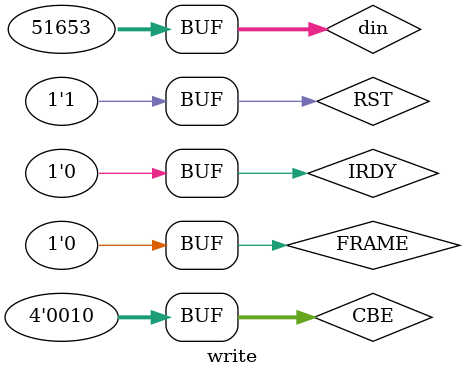
<source format=v>
`timescale 1ns / 1ps


module write;

	//inout
	wire [31:0] AD;
	assign AD = (IRDY == 1 || cbuffer != 4'b0010 ) ? din:32'bz;


	// Inputs
	reg [3:0] CBE;
	reg FRAME;
	wire TRDY;
	reg IRDY;
	wire DEVSEL;
	reg RST;
	wire CLK;
	reg [31:0] din;	//for write in AD
	
	//SAVE THE COMMAND
	reg [3:0] cbuffer;
	always@(negedge IRDY)
		begin
			cbuffer = CBE;
		end	
		

	// Instantiate the Unit Under Test (UUT)
	PCI_Slave uut (
		.AD(AD),
		.CBE(CBE), 
		.FRAME(FRAME),
		.TRDY(TRDY), 
		.IRDY(IRDY),
		.DEVSEL(DEVSEL),
		.CLK(CLK), 
		.RST(RST)
		/*
		.test(test),
		.i(i)
		*/
	);

	initial begin
		//WRITE
		RST = 1;
		#50
		RST = 0;
		#50
		RST = 1;
		CBE = 0;
		FRAME = 1;
		IRDY = 1'b1;
		din = 51653;
		#100
		CBE = 4'b0011;
		FRAME = 0;
		IRDY = 1'b1;
		din = 51653;
		#100
		IRDY = 1'b0;
		#100
		din = 32'b10011001100110011001100110011001;
		CBE = 4'b1111;
		#450
		din = 32'b01100110011001100110011001100110;
		CBE = 4'b1111;
		#100
		din = 32'b00010001000100010001000100010001;
		CBE = 4'b1111;
		#100
		din = 32'b10001000100010001000100010001000;
		CBE = 4'b1111;
		//READ
		#150
		CBE = 4'b0010;
		FRAME = 1;
		IRDY = 1'b1;
		din = 51653;
		#100
		CBE = 4'b0010;
		FRAME = 0;
		IRDY = 1'b1;
		din = 51653;
		#100
		IRDY = 1'b0;
		#600
		FRAME = 0;

	end
	
	

endmodule


</source>
